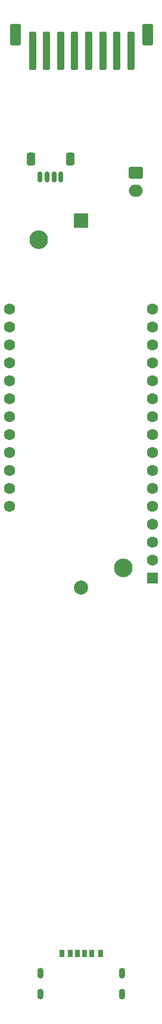
<source format=gbr>
%TF.GenerationSoftware,KiCad,Pcbnew,(6.0.4-0)*%
%TF.CreationDate,2022-12-13T14:35:05+01:00*%
%TF.ProjectId,ControllerBoard,436f6e74-726f-46c6-9c65-72426f617264,rev?*%
%TF.SameCoordinates,Original*%
%TF.FileFunction,Soldermask,Top*%
%TF.FilePolarity,Negative*%
%FSLAX46Y46*%
G04 Gerber Fmt 4.6, Leading zero omitted, Abs format (unit mm)*
G04 Created by KiCad (PCBNEW (6.0.4-0)) date 2022-12-13 14:35:05*
%MOMM*%
%LPD*%
G01*
G04 APERTURE LIST*
G04 Aperture macros list*
%AMRoundRect*
0 Rectangle with rounded corners*
0 $1 Rounding radius*
0 $2 $3 $4 $5 $6 $7 $8 $9 X,Y pos of 4 corners*
0 Add a 4 corners polygon primitive as box body*
4,1,4,$2,$3,$4,$5,$6,$7,$8,$9,$2,$3,0*
0 Add four circle primitives for the rounded corners*
1,1,$1+$1,$2,$3*
1,1,$1+$1,$4,$5*
1,1,$1+$1,$6,$7*
1,1,$1+$1,$8,$9*
0 Add four rect primitives between the rounded corners*
20,1,$1+$1,$2,$3,$4,$5,0*
20,1,$1+$1,$4,$5,$6,$7,0*
20,1,$1+$1,$6,$7,$8,$9,0*
20,1,$1+$1,$8,$9,$2,$3,0*%
G04 Aperture macros list end*
%ADD10O,2.000000X1.700000*%
%ADD11RoundRect,0.250000X-0.750000X0.600000X-0.750000X-0.600000X0.750000X-0.600000X0.750000X0.600000X0*%
%ADD12RoundRect,0.150000X-0.150000X-0.625000X0.150000X-0.625000X0.150000X0.625000X-0.150000X0.625000X0*%
%ADD13RoundRect,0.250000X-0.350000X-0.650000X0.350000X-0.650000X0.350000X0.650000X-0.350000X0.650000X0*%
%ADD14R,1.600000X1.600000*%
%ADD15C,1.600000*%
%ADD16R,0.700000X1.050000*%
%ADD17R,0.760000X1.050000*%
%ADD18R,0.800000X1.050000*%
%ADD19O,0.900000X1.500000*%
%ADD20RoundRect,0.250000X-0.250000X-2.500000X0.250000X-2.500000X0.250000X2.500000X-0.250000X2.500000X0*%
%ADD21RoundRect,0.250000X-0.550000X-1.250000X0.550000X-1.250000X0.550000X1.250000X-0.550000X1.250000X0*%
%ADD22C,2.640000*%
%ADD23R,2.000000X2.000000*%
%ADD24C,2.000000*%
G04 APERTURE END LIST*
D10*
%TO.C,X1*%
X118410000Y-60178000D03*
D11*
X118410000Y-57678000D03*
%TD*%
D12*
%TO.C,CONN1*%
X104799000Y-58221000D03*
X105799000Y-58221000D03*
X106799000Y-58221000D03*
X107799000Y-58221000D03*
D13*
X109099000Y-55696000D03*
X103499000Y-55696000D03*
%TD*%
D14*
%TO.C,A1*%
X120796500Y-115062000D03*
D15*
X120796500Y-112522000D03*
X120796500Y-109982000D03*
X120796500Y-107442000D03*
X120796500Y-104902000D03*
X120796500Y-102362000D03*
X120796500Y-99822000D03*
X120796500Y-97282000D03*
X120796500Y-94742000D03*
X120796500Y-92202000D03*
X120796500Y-89662000D03*
X120796500Y-87122000D03*
X120796500Y-84582000D03*
X120796500Y-82042000D03*
X120796500Y-79502000D03*
X120796500Y-76962000D03*
X100476500Y-76962000D03*
X100476500Y-79502000D03*
X100476500Y-82042000D03*
X100476500Y-84582000D03*
X100476500Y-87122000D03*
X100476500Y-89662000D03*
X100476500Y-92202000D03*
X100476500Y-94742000D03*
X100476500Y-97282000D03*
X100476500Y-99822000D03*
X100476500Y-102362000D03*
X100476500Y-104902000D03*
%TD*%
D16*
%TO.C,J2*%
X110150000Y-168175000D03*
D17*
X112170000Y-168175000D03*
D18*
X113400000Y-168175000D03*
D16*
X111150000Y-168175000D03*
D17*
X109130000Y-168175000D03*
D18*
X107900000Y-168175000D03*
D19*
X104850000Y-174000000D03*
X116450000Y-174000000D03*
X104850000Y-171000000D03*
X116450000Y-171000000D03*
%TD*%
D20*
%TO.C,J1*%
X103744000Y-40370000D03*
X105744000Y-40370000D03*
X107744000Y-40370000D03*
X109744000Y-40370000D03*
X111744000Y-40370000D03*
X113744000Y-40370000D03*
X115744000Y-40370000D03*
X117744000Y-40370000D03*
D21*
X101344000Y-38120000D03*
X120144000Y-38120000D03*
%TD*%
D22*
%TO.C,BT1*%
X104622000Y-67139000D03*
X116612000Y-113619000D03*
D23*
X110617000Y-64389000D03*
D24*
X110617000Y-116379000D03*
%TD*%
M02*

</source>
